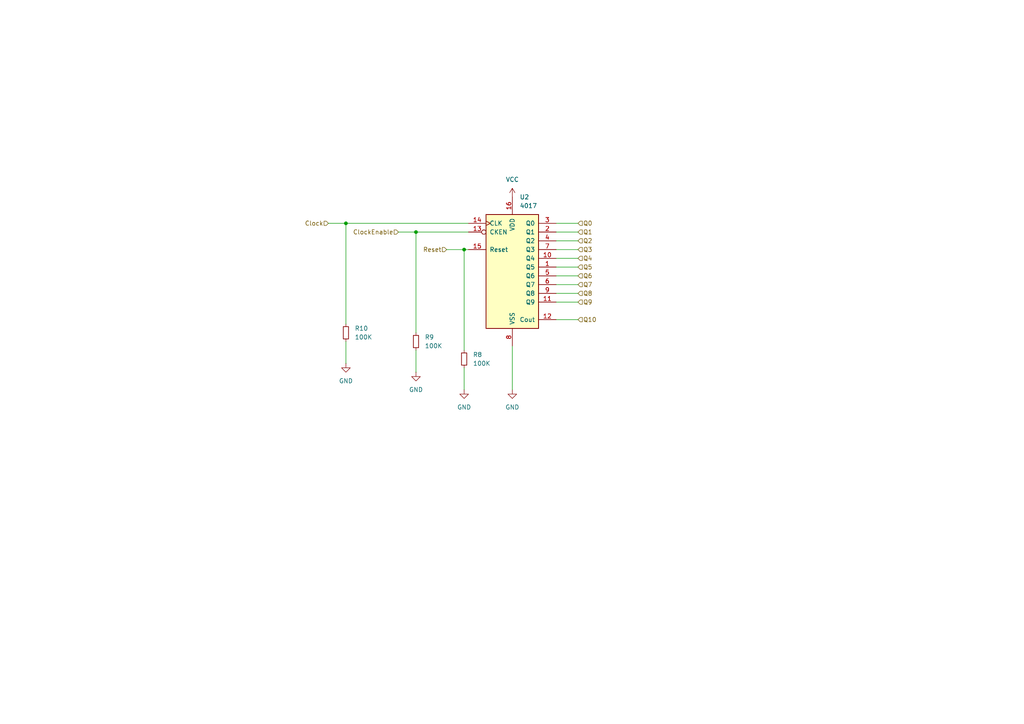
<source format=kicad_sch>
(kicad_sch (version 20250114) (generator "eeschema") (generator_version "9.0")
  (paper "A4")
  (lib_symbols
    (symbol "4xxx:4017" (pin_names (offset 1.016))
      (property "Reference" "U" (at -7.62 16.51 0))
      (property "Value" "4017" (at -7.62 -19.05 0))
      (symbol "4017_1_0"
        (pin input clock (at -12.7 12.7 0) (length 5.08) (name "CLK") (number "14"))
        (pin input inverted (at -12.7 10.16 0) (length 5.08) (name "CKEN") (number "13"))
        (pin input line (at -12.7 5.08 0) (length 5.08) (name "Reset") (number "15"))
        (pin power_in line (at 0 20.32 270) (length 5.08) (name "VDD") (number "16"))
        (pin power_in line (at 0 -22.86 90) (length 5.08) (name "VSS") (number "8"))
        (pin output line (at 12.7 12.7 180) (length 5.08) (name "Q0") (number "3"))
        (pin output line (at 12.7 10.16 180) (length 5.08) (name "Q1") (number "2"))
        (pin output line (at 12.7 7.62 180) (length 5.08) (name "Q2") (number "4"))
        (pin output line (at 12.7 5.08 180) (length 5.08) (name "Q3") (number "7"))
        (pin output line (at 12.7 2.54 180) (length 5.08) (name "Q4") (number "10"))
        (pin output line (at 12.7 0 180) (length 5.08) (name "Q5") (number "1"))
        (pin output line (at 12.7 -2.54 180) (length 5.08) (name "Q6") (number "5"))
        (pin output line (at 12.7 -5.08 180) (length 5.08) (name "Q7") (number "6"))
        (pin output line (at 12.7 -7.62 180) (length 5.08) (name "Q8") (number "9"))
        (pin output line (at 12.7 -10.16 180) (length 5.08) (name "Q9") (number "11"))
        (pin output line (at 12.7 -15.24 180) (length 5.08) (name "Cout") (number "12"))
      )
      (symbol "4017_1_1"
        (rectangle (start -7.62 15.24) (end 7.62 -17.78) (stroke (width 0.254)) (fill (type background)))
      )
    )
    (symbol "Device:R_Small" (pin_numbers (hide yes)) (pin_names (offset 0.254) (hide yes))
      (property "Reference" "R" (at 0 0 90))
      (property "Value" "R_Small" (at 1.778 0 90))
      (symbol "R_Small_0_1"
        (rectangle (start -0.762 1.778) (end 0.762 -1.778) (stroke (width 0.2032)))
      )
      (symbol "R_Small_1_1"
        (pin passive line (at 0 2.54 270) (length 0.762) (name "~") (number "1"))
        (pin passive line (at 0 -2.54 90) (length 0.762) (name "~") (number "2"))
      )
    )
    (symbol "power:GND" (power) (pin_numbers (hide yes)) (pin_names (offset 0) (hide yes))
      (property "Value" "GND" (at 0 -3.81 0))
      (symbol "GND_0_1"
        (polyline (pts (xy 0 0) (xy 0 -1.27) (xy 1.27 -1.27) (xy 0 -2.54) (xy -1.27 -1.27) (xy 0 -1.27)))
      )
      (symbol "GND_1_1"
        (pin power_in line (at 0 0 270) (length 0) (name "~") (number "1"))
      )
    )
    (symbol "power:VCC" (power) (pin_numbers (hide yes)) (pin_names (offset 0) (hide yes))
      (property "Value" "VCC" (at 0 3.556 0))
      (symbol "VCC_0_1"
        (polyline (pts (xy -0.762 1.27) (xy 0 2.54)))
        (polyline (pts (xy 0 2.54) (xy 0.762 1.27)))
        (polyline (pts (xy 0 0) (xy 0 2.54)))
      )
      (symbol "VCC_1_1"
        (pin power_in line (at 0 0 90) (length 0) (name "~") (number "1"))
      )
    )
  )
  (junction (at 120.65 67.31))
  (junction (at 100.33 64.77))
  (junction (at 134.62 72.39))
  (wire (pts (xy 134.62 72.39) (xy 135.89 72.39)))
  (wire (pts (xy 120.65 67.31) (xy 135.89 67.31)))
  (wire (pts (xy 129.54 72.39) (xy 134.62 72.39)))
  (wire (pts (xy 161.29 87.63) (xy 167.64 87.63)))
  (wire (pts (xy 161.29 74.93) (xy 167.64 74.93)))
  (wire (pts (xy 148.59 113.03) (xy 148.59 100.33)))
  (wire (pts (xy 100.33 64.77) (xy 100.33 93.98)))
  (wire (pts (xy 100.33 99.06) (xy 100.33 105.41)))
  (wire (pts (xy 161.29 92.71) (xy 167.64 92.71)))
  (wire (pts (xy 100.33 64.77) (xy 135.89 64.77)))
  (wire (pts (xy 120.65 101.6) (xy 120.65 107.95)))
  (wire (pts (xy 161.29 80.01) (xy 167.64 80.01)))
  (wire (pts (xy 161.29 72.39) (xy 167.64 72.39)))
  (wire (pts (xy 115.57 67.31) (xy 120.65 67.31)))
  (wire (pts (xy 161.29 85.09) (xy 167.64 85.09)))
  (wire (pts (xy 95.25 64.77) (xy 100.33 64.77)))
  (wire (pts (xy 161.29 67.31) (xy 167.64 67.31)))
  (wire (pts (xy 161.29 82.55) (xy 167.64 82.55)))
  (wire (pts (xy 134.62 106.68) (xy 134.62 113.03)))
  (wire (pts (xy 161.29 64.77) (xy 167.64 64.77)))
  (wire (pts (xy 120.65 67.31) (xy 120.65 96.52)))
  (wire (pts (xy 161.29 69.85) (xy 167.64 69.85)))
  (wire (pts (xy 161.29 77.47) (xy 167.64 77.47)))
  (wire (pts (xy 134.62 72.39) (xy 134.62 101.6)))
  (hierarchical_label "Q5" (shape input) (at 167.64 77.47 0))
  (hierarchical_label "Q10" (shape input) (at 167.64 92.71 0))
  (hierarchical_label "Clock" (shape input) (at 95.25 64.77 180))
  (hierarchical_label "Q8" (shape input) (at 167.64 85.09 0))
  (hierarchical_label "Q4" (shape input) (at 167.64 74.93 0))
  (hierarchical_label "Reset" (shape input) (at 129.54 72.39 180))
  (hierarchical_label "Q1" (shape input) (at 167.64 67.31 0))
  (hierarchical_label "Q2" (shape input) (at 167.64 69.85 0))
  (hierarchical_label "Q9" (shape input) (at 167.64 87.63 0))
  (hierarchical_label "Q3" (shape input) (at 167.64 72.39 0))
  (hierarchical_label "ClockEnable" (shape input) (at 115.57 67.31 180))
  (hierarchical_label "Q7" (shape input) (at 167.64 82.55 0))
  (hierarchical_label "Q6" (shape input) (at 167.64 80.01 0))
  (hierarchical_label "Q0" (shape input) (at 167.64 64.77 0))
  (symbol (lib_id "power:GND") (at 134.62 113.03 0) (unit 1)
    (property "Reference" "#PWR020" (effects (hide yes)))
    (property "Value" "GND" (at 134.62 118.11 0))
    (property "Description" "Power symbol creates a global label with name \"GND\" , ground" (effects (hide yes)))
    (instances (project "kleingorium" (path "" (reference "#PWR020") (unit 1)) (path "" (reference "#PWR061") (unit 1))))
  )
  (symbol (lib_id "Device:R_Small") (at 120.65 99.06 0) (unit 1)
    (property "Reference" "R9" (at 123.19 97.7899 0) (effects (justify left)))
    (property "Value" "100K" (at 123.19 100.3299 0) (effects (justify left)))
    (property "Footprint" "Resistor_THT:R_Axial_DIN0207_L6.3mm_D2.5mm_P10.16mm_Horizontal" (effects (hide yes)))
    (property "Description" "Resistor, small symbol" (effects (hide yes)))
    (instances (project "kleingorium" (path "" (reference "R9") (unit 1)) (path "" (reference "R28") (unit 1))))
  )
  (symbol (lib_id "power:VCC") (at 148.59 57.15 0) (unit 1)
    (property "Reference" "#PWR0102" (effects (hide yes)))
    (property "Value" "VCC" (at 148.59 52.07 0))
    (property "Description" "Power symbol creates a global label with name \"VCC\"" (effects (hide yes)))
    (instances (project "kleingorium" (path "" (reference "#PWR0102") (unit 1)) (path "" (reference "#PWR065") (unit 1))))
  )
  (symbol (lib_id "power:GND") (at 148.59 113.03 0) (unit 1)
    (property "Reference" "#PWR027" (effects (hide yes)))
    (property "Value" "GND" (at 148.59 118.11 0))
    (property "Description" "Power symbol creates a global label with name \"GND\" , ground" (effects (hide yes)))
    (instances (project "kleingorium" (path "" (reference "#PWR027") (unit 1)) (path "" (reference "#PWR066") (unit 1))))
  )
  (symbol (lib_id "4xxx:4017") (at 148.59 77.47 0) (unit 1)
    (property "Reference" "U2" (at 150.7333 57.15 0) (effects (justify left)))
    (property "Value" "4017" (at 150.7333 59.69 0) (effects (justify left)))
    (property "Footprint" "Package_DIP:DIP-16_W7.62mm" (effects (hide yes)))
    (property "Datasheet" "http://www.intersil.com/content/dam/Intersil/documents/cd40/cd4017bms-22bms.pdf" (effects (hide yes)))
    (property "Description" "Johnson Counter ( 10 outputs )" (effects (hide yes)))
    (instances (project "kleingorium" (path "" (reference "U2") (unit 1)) (path "" (reference "U14") (unit 1))))
  )
  (symbol (lib_id "Device:R_Small") (at 134.62 104.14 0) (unit 1)
    (property "Reference" "R8" (at 137.16 102.8699 0) (effects (justify left)))
    (property "Value" "100K" (at 137.16 105.4099 0) (effects (justify left)))
    (property "Footprint" "Resistor_THT:R_Axial_DIN0207_L6.3mm_D2.5mm_P10.16mm_Horizontal" (effects (hide yes)))
    (property "Description" "Resistor, small symbol" (effects (hide yes)))
    (instances (project "kleingorium" (path "" (reference "R8") (unit 1)) (path "" (reference "R31") (unit 1))))
  )
  (symbol (lib_id "Device:R_Small") (at 100.33 96.52 0) (unit 1)
    (property "Reference" "R10" (at 102.87 95.2499 0) (effects (justify left)))
    (property "Value" "100K" (at 102.87 97.7899 0) (effects (justify left)))
    (property "Footprint" "Resistor_THT:R_Axial_DIN0207_L6.3mm_D2.5mm_P10.16mm_Horizontal" (effects (hide yes)))
    (property "Description" "Resistor, small symbol" (effects (hide yes)))
    (instances (project "kleingorium" (path "" (reference "R10") (unit 1)) (path "" (reference "R25") (unit 1))))
  )
  (symbol (lib_id "power:GND") (at 100.33 105.41 0) (unit 1)
    (property "Reference" "#PWR022" (effects (hide yes)))
    (property "Value" "GND" (at 100.33 110.49 0))
    (property "Description" "Power symbol creates a global label with name \"GND\" , ground" (effects (hide yes)))
    (instances (project "kleingorium" (path "" (reference "#PWR022") (unit 1)) (path "" (reference "#PWR046") (unit 1))))
  )
  (symbol (lib_id "power:GND") (at 120.65 107.95 0) (unit 1)
    (property "Reference" "#PWR021" (effects (hide yes)))
    (property "Value" "GND" (at 120.65 113.03 0))
    (property "Description" "Power symbol creates a global label with name \"GND\" , ground" (effects (hide yes)))
    (instances (project "kleingorium" (path "" (reference "#PWR021") (unit 1)) (path "" (reference "#PWR049") (unit 1))))
  )
)
</source>
